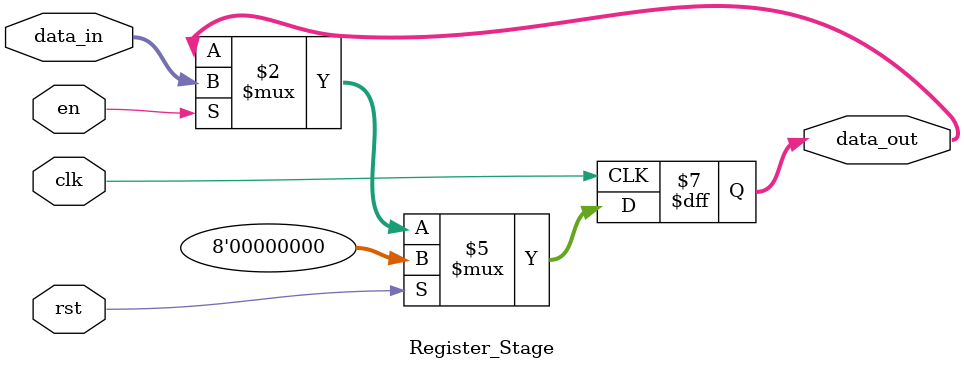
<source format=sv>
module RD5 #(parameter W=8)(
  input clk,
  input rst,
  input en,
  input [W-1:0] din,
  output [W-1:0] dout
);
  // Internal connections
  wire [W-1:0] stage1_data;
  
  // First stage register
  Register_Stage #(
    .WIDTH(W)
  ) first_stage (
    .clk(clk),
    .rst(rst),
    .en(en),
    .data_in(din),
    .data_out(stage1_data)
  );
  
  // Second stage register
  Register_Stage #(
    .WIDTH(W)
  ) second_stage (
    .clk(clk),
    .rst(rst),
    .en(en),
    .data_in(stage1_data),
    .data_out(dout)
  );
endmodule

// Single register stage module
module Register_Stage #(parameter WIDTH=8)(
  input clk,
  input rst,
  input en,
  input [WIDTH-1:0] data_in,
  output reg [WIDTH-1:0] data_out
);
  // Reset has higher priority than enable
  always @(posedge clk) begin
    if (rst) begin
      data_out <= {WIDTH{1'b0}};
    end else if (en) begin
      data_out <= data_in;
    end
  end
endmodule
</source>
